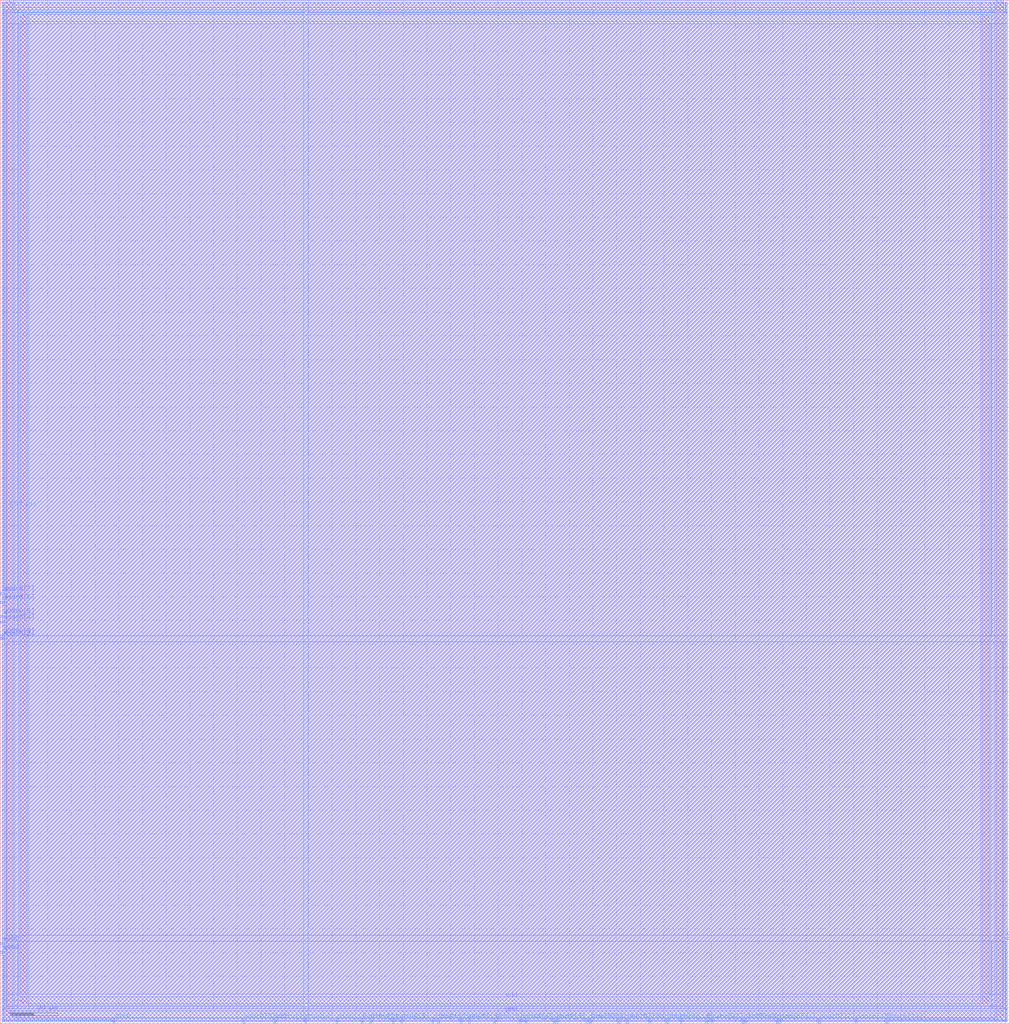
<source format=lef>
VERSION 5.4 ;
NAMESCASESENSITIVE ON ;
BUSBITCHARS "[]" ;
DIVIDERCHAR "/" ;
UNITS
  DATABASE MICRONS 2000 ;
END UNITS
MACRO ip1_rm_sram_16_256_sky130A
   CLASS BLOCK ;
   SIZE 425.57 BY 431.52 ;
   SYMMETRY X Y R90 ;
   PIN din0[0]
      DIRECTION INPUT ;
      PORT
         LAYER m4 ;
         RECT  128.52 0.0 129.26 1.93 ;
      END
   END din0[0]
   PIN din0[1]
      DIRECTION INPUT ;
      PORT
         LAYER m4 ;
         RECT  141.61 0.0 142.35 1.93 ;
      END
   END din0[1]
   PIN din0[2]
      DIRECTION INPUT ;
      PORT
         LAYER m4 ;
         RECT  155.89 0.0 156.63 1.93 ;
      END
   END din0[2]
   PIN din0[3]
      DIRECTION INPUT ;
      PORT
         LAYER m4 ;
         RECT  168.98 0.0 169.72 1.93 ;
      END
   END din0[3]
   PIN din0[4]
      DIRECTION INPUT ;
      PORT
         LAYER m4 ;
         RECT  182.07 0.0 182.81 1.93 ;
      END
   END din0[4]
   PIN din0[5]
      DIRECTION INPUT ;
      PORT
         LAYER m4 ;
         RECT  193.97 0.0 194.71 1.93 ;
      END
   END din0[5]
   PIN din0[6]
      DIRECTION INPUT ;
      PORT
         LAYER m4 ;
         RECT  208.25 0.0 208.99 1.93 ;
      END
   END din0[6]
   PIN din0[7]
      DIRECTION INPUT ;
      PORT
         LAYER m4 ;
         RECT  221.34 0.0 222.08 1.93 ;
      END
   END din0[7]
   PIN din0[8]
      DIRECTION INPUT ;
      PORT
         LAYER m4 ;
         RECT  234.43 0.0 235.17 1.93 ;
      END
   END din0[8]
   PIN din0[9]
      DIRECTION INPUT ;
      PORT
         LAYER m4 ;
         RECT  247.52 0.0 248.26 1.93 ;
      END
   END din0[9]
   PIN din0[10]
      DIRECTION INPUT ;
      PORT
         LAYER m4 ;
         RECT  260.61 0.0 261.35 1.93 ;
      END
   END din0[10]
   PIN din0[11]
      DIRECTION INPUT ;
      PORT
         LAYER m4 ;
         RECT  273.7 0.0 274.44 1.93 ;
      END
   END din0[11]
   PIN din0[12]
      DIRECTION INPUT ;
      PORT
         LAYER m4 ;
         RECT  286.79 0.0 287.53 1.93 ;
      END
   END din0[12]
   PIN din0[13]
      DIRECTION INPUT ;
      PORT
         LAYER m4 ;
         RECT  299.88 0.0 300.62 1.93 ;
      END
   END din0[13]
   PIN din0[14]
      DIRECTION INPUT ;
      PORT
         LAYER m4 ;
         RECT  312.97 0.0 313.71 1.93 ;
      END
   END din0[14]
   PIN din0[15]
      DIRECTION INPUT ;
      PORT
         LAYER m4 ;
         RECT  327.25 0.0 327.99 1.93 ;
      END
   END din0[15]
   PIN addr0[0]
      DIRECTION INPUT ;
      PORT
         LAYER m4 ;
         RECT  102.34 0.0 103.08 1.93 ;
      END
   END addr0[0]
   PIN addr0[1]
      DIRECTION INPUT ;
      PORT
         LAYER m4 ;
         RECT  115.43 0.0 116.17 1.93 ;
      END
   END addr0[1]
   PIN addr0[2]
      DIRECTION INPUT ;
      PORT
         LAYER m3 ;
         RECT  0.0 161.84 1.93 162.58 ;
      END
   END addr0[2]
   PIN addr0[3]
      DIRECTION INPUT ;
      PORT
         LAYER m3 ;
         RECT  0.0 163.03 1.93 163.77 ;
      END
   END addr0[3]
   PIN addr0[4]
      DIRECTION INPUT ;
      PORT
         LAYER m3 ;
         RECT  0.0 168.98 1.93 169.72 ;
      END
   END addr0[4]
   PIN addr0[5]
      DIRECTION INPUT ;
      PORT
         LAYER m3 ;
         RECT  0.0 171.36 1.93 172.1 ;
      END
   END addr0[5]
   PIN addr0[6]
      DIRECTION INPUT ;
      PORT
         LAYER m3 ;
         RECT  0.0 177.31 1.93 178.05 ;
      END
   END addr0[6]
   PIN addr0[7]
      DIRECTION INPUT ;
      PORT
         LAYER m3 ;
         RECT  0.0 180.88 1.93 181.62 ;
      END
   END addr0[7]
   PIN csb0
      DIRECTION INPUT ;
      PORT
         LAYER m3 ;
         RECT  0.0 29.75 1.93 30.49 ;
      END
   END csb0
   PIN web0
      DIRECTION INPUT ;
      PORT
         LAYER m3 ;
         RECT  0.0 33.32 1.93 34.06 ;
      END
   END web0
   PIN clk0
      DIRECTION INPUT ;
      PORT
         LAYER m4 ;
         RECT  47.6 0.0 48.34 1.93 ;
      END
   END clk0
   PIN dout0[0]
      DIRECTION OUTPUT ;
      PORT
         LAYER m4 ;
         RECT  152.32 0.0 153.06 1.93 ;
      END
   END dout0[0]
   PIN dout0[1]
      DIRECTION OUTPUT ;
      PORT
         LAYER m4 ;
         RECT  165.41 0.0 166.15 1.93 ;
      END
   END dout0[1]
   PIN dout0[2]
      DIRECTION OUTPUT ;
      PORT
         LAYER m4 ;
         RECT  184.45 0.0 185.19 1.93 ;
      END
   END dout0[2]
   PIN dout0[3]
      DIRECTION OUTPUT ;
      PORT
         LAYER m4 ;
         RECT  197.54 0.0 198.28 1.93 ;
      END
   END dout0[3]
   PIN dout0[4]
      DIRECTION OUTPUT ;
      PORT
         LAYER m4 ;
         RECT  218.96 0.0 219.7 1.93 ;
      END
   END dout0[4]
   PIN dout0[5]
      DIRECTION OUTPUT ;
      PORT
         LAYER m4 ;
         RECT  233.24 0.0 233.98 1.93 ;
      END
   END dout0[5]
   PIN dout0[6]
      DIRECTION OUTPUT ;
      PORT
         LAYER m4 ;
         RECT  248.71 0.0 249.45 1.93 ;
      END
   END dout0[6]
   PIN dout0[7]
      DIRECTION OUTPUT ;
      PORT
         LAYER m4 ;
         RECT  264.18 0.0 264.92 1.93 ;
      END
   END dout0[7]
   PIN dout0[8]
      DIRECTION OUTPUT ;
      PORT
         LAYER m4 ;
         RECT  280.84 0.0 281.58 1.93 ;
      END
   END dout0[8]
   PIN dout0[9]
      DIRECTION OUTPUT ;
      PORT
         LAYER m4 ;
         RECT  297.5 0.0 298.24 1.93 ;
      END
   END dout0[9]
   PIN dout0[10]
      DIRECTION OUTPUT ;
      PORT
         LAYER m4 ;
         RECT  314.16 0.0 314.9 1.93 ;
      END
   END dout0[10]
   PIN dout0[11]
      DIRECTION OUTPUT ;
      PORT
         LAYER m4 ;
         RECT  328.44 0.0 329.18 1.93 ;
      END
   END dout0[11]
   PIN dout0[12]
      DIRECTION OUTPUT ;
      PORT
         LAYER m4 ;
         RECT  345.1 0.0 345.84 1.93 ;
      END
   END dout0[12]
   PIN dout0[13]
      DIRECTION OUTPUT ;
      PORT
         LAYER m4 ;
         RECT  360.57 0.0 361.31 1.93 ;
      END
   END dout0[13]
   PIN dout0[14]
      DIRECTION OUTPUT ;
      PORT
         LAYER m4 ;
         RECT  373.66 0.0 374.4 1.93 ;
      END
   END dout0[14]
   PIN dout0[15]
      DIRECTION OUTPUT ;
      PORT
         LAYER m3 ;
         RECT  423.64 35.7 425.57 36.44 ;
      END
   END dout0[15]
   PIN vdd
      DIRECTION INOUT ;
      USE POWER ; 
      SHAPE ABUTMENT ; 
      PORT
         LAYER m3 ;
         RECT  8.33 422.45 417.24 425.57 ;
         LAYER m4 ;
         RECT  414.12 8.33 417.24 425.57 ;
         LAYER m3 ;
         RECT  8.33 8.33 417.24 11.45 ;
         LAYER m4 ;
         RECT  8.33 8.33 11.45 425.57 ;
      END
   END vdd
   PIN gnd
      DIRECTION INOUT ;
      USE GROUND ; 
      SHAPE ABUTMENT ; 
      PORT
         LAYER m3 ;
         RECT  2.38 428.4 423.19 431.52 ;
         LAYER m4 ;
         RECT  420.07 2.38 423.19 431.52 ;
         LAYER m4 ;
         RECT  2.38 2.38 5.5 431.52 ;
         LAYER m3 ;
         RECT  2.38 2.38 423.19 5.5 ;
      END
   END gnd
   OBS
   LAYER  m1 ;
      RECT  0.91 0.91 424.66 430.61 ;
   LAYER  m2 ;
      RECT  0.91 0.91 424.66 430.61 ;
   LAYER  m3 ;
      RECT  2.83 160.94 424.66 163.48 ;
      RECT  0.91 164.67 2.83 168.08 ;
      RECT  0.91 173.0 2.83 176.41 ;
      RECT  0.91 178.95 2.83 179.98 ;
      RECT  0.91 31.39 2.83 32.42 ;
      RECT  0.91 34.96 2.83 160.94 ;
      RECT  2.83 34.8 422.74 37.34 ;
      RECT  2.83 37.34 422.74 160.94 ;
      RECT  422.74 37.34 424.66 160.94 ;
      RECT  2.83 163.48 7.43 421.55 ;
      RECT  2.83 421.55 7.43 426.47 ;
      RECT  7.43 163.48 418.14 421.55 ;
      RECT  418.14 163.48 424.66 421.55 ;
      RECT  418.14 421.55 424.66 426.47 ;
      RECT  2.83 7.43 7.43 12.35 ;
      RECT  2.83 12.35 7.43 34.8 ;
      RECT  7.43 12.35 418.14 34.8 ;
      RECT  418.14 7.43 422.74 12.35 ;
      RECT  418.14 12.35 422.74 34.8 ;
      RECT  0.91 182.52 1.48 427.5 ;
      RECT  0.91 427.5 1.48 430.61 ;
      RECT  1.48 182.52 2.83 427.5 ;
      RECT  2.83 426.47 7.43 427.5 ;
      RECT  7.43 426.47 418.14 427.5 ;
      RECT  418.14 426.47 424.09 427.5 ;
      RECT  424.09 426.47 424.66 427.5 ;
      RECT  424.09 427.5 424.66 430.61 ;
      RECT  0.91 0.91 1.48 1.48 ;
      RECT  0.91 1.48 1.48 6.4 ;
      RECT  0.91 6.4 1.48 28.85 ;
      RECT  1.48 0.91 2.83 1.48 ;
      RECT  1.48 6.4 2.83 28.85 ;
      RECT  422.74 0.91 424.09 1.48 ;
      RECT  422.74 6.4 424.09 34.8 ;
      RECT  424.09 0.91 424.66 1.48 ;
      RECT  424.09 1.48 424.66 6.4 ;
      RECT  424.09 6.4 424.66 34.8 ;
      RECT  2.83 0.91 7.43 1.48 ;
      RECT  2.83 6.4 7.43 7.43 ;
      RECT  7.43 0.91 418.14 1.48 ;
      RECT  7.43 6.4 418.14 7.43 ;
      RECT  418.14 0.91 422.74 1.48 ;
      RECT  418.14 6.4 422.74 7.43 ;
   LAYER  m4 ;
      RECT  127.92 2.53 129.86 430.61 ;
      RECT  129.86 0.91 141.01 2.53 ;
      RECT  170.32 0.91 181.47 2.53 ;
      RECT  235.77 0.91 246.92 2.53 ;
      RECT  301.22 0.91 312.37 2.53 ;
      RECT  103.68 0.91 114.83 2.53 ;
      RECT  116.77 0.91 127.92 2.53 ;
      RECT  48.94 0.91 101.74 2.53 ;
      RECT  142.95 0.91 151.72 2.53 ;
      RECT  153.66 0.91 155.29 2.53 ;
      RECT  157.23 0.91 164.81 2.53 ;
      RECT  166.75 0.91 168.38 2.53 ;
      RECT  183.41 0.91 183.85 2.53 ;
      RECT  185.79 0.91 193.37 2.53 ;
      RECT  195.31 0.91 196.94 2.53 ;
      RECT  198.88 0.91 207.65 2.53 ;
      RECT  209.59 0.91 218.36 2.53 ;
      RECT  220.3 0.91 220.74 2.53 ;
      RECT  222.68 0.91 232.64 2.53 ;
      RECT  250.05 0.91 260.01 2.53 ;
      RECT  261.95 0.91 263.58 2.53 ;
      RECT  265.52 0.91 273.1 2.53 ;
      RECT  275.04 0.91 280.24 2.53 ;
      RECT  282.18 0.91 286.19 2.53 ;
      RECT  288.13 0.91 296.9 2.53 ;
      RECT  298.84 0.91 299.28 2.53 ;
      RECT  315.5 0.91 326.65 2.53 ;
      RECT  329.78 0.91 344.5 2.53 ;
      RECT  346.44 0.91 359.97 2.53 ;
      RECT  361.91 0.91 373.06 2.53 ;
      RECT  129.86 2.53 413.52 7.73 ;
      RECT  129.86 7.73 413.52 426.17 ;
      RECT  129.86 426.17 413.52 430.61 ;
      RECT  413.52 2.53 417.84 7.73 ;
      RECT  413.52 426.17 417.84 430.61 ;
      RECT  7.73 2.53 12.05 7.73 ;
      RECT  7.73 426.17 12.05 430.61 ;
      RECT  12.05 2.53 127.92 7.73 ;
      RECT  12.05 7.73 127.92 426.17 ;
      RECT  12.05 426.17 127.92 430.61 ;
      RECT  375.0 0.91 419.47 1.78 ;
      RECT  375.0 1.78 419.47 2.53 ;
      RECT  419.47 0.91 423.79 1.78 ;
      RECT  423.79 0.91 424.66 1.78 ;
      RECT  423.79 1.78 424.66 2.53 ;
      RECT  417.84 2.53 419.47 7.73 ;
      RECT  423.79 2.53 424.66 7.73 ;
      RECT  417.84 7.73 419.47 426.17 ;
      RECT  423.79 7.73 424.66 426.17 ;
      RECT  417.84 426.17 419.47 430.61 ;
      RECT  423.79 426.17 424.66 430.61 ;
      RECT  0.91 0.91 1.78 1.78 ;
      RECT  0.91 1.78 1.78 2.53 ;
      RECT  1.78 0.91 6.1 1.78 ;
      RECT  6.1 0.91 47.0 1.78 ;
      RECT  6.1 1.78 47.0 2.53 ;
      RECT  0.91 2.53 1.78 7.73 ;
      RECT  6.1 2.53 7.73 7.73 ;
      RECT  0.91 7.73 1.78 426.17 ;
      RECT  6.1 7.73 7.73 426.17 ;
      RECT  0.91 426.17 1.78 430.61 ;
      RECT  6.1 426.17 7.73 430.61 ;
   END
END    ip1_rm_sram_16_256_sky130A
END    LIBRARY

</source>
